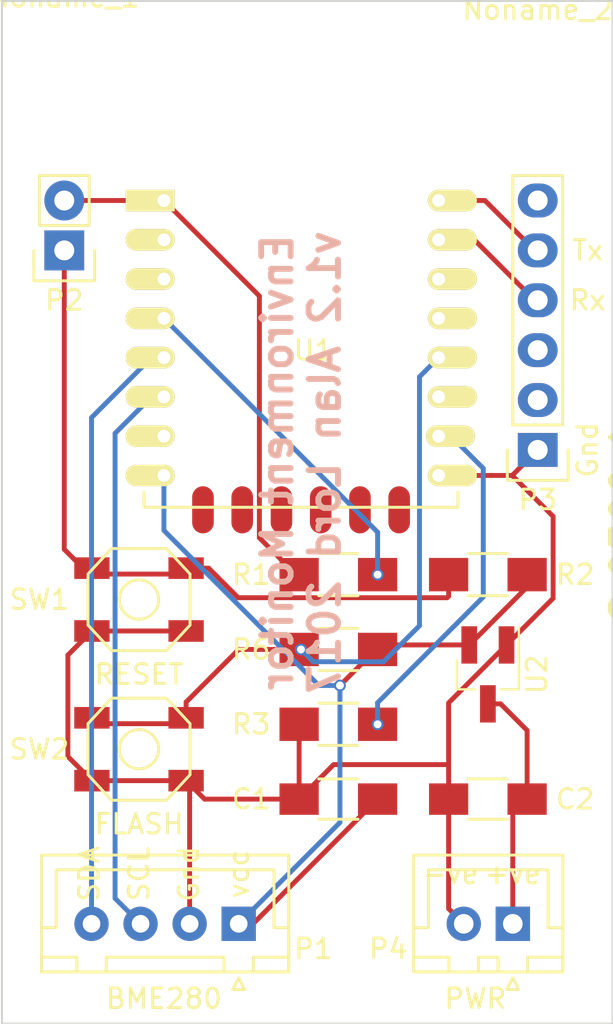
<source format=kicad_pcb>
(kicad_pcb (version 20171130) (host pcbnew "(5.1.12)-1")

  (general
    (thickness 1.6)
    (drawings 19)
    (tracks 94)
    (zones 0)
    (modules 16)
    (nets 28)
  )

  (page A4)
  (title_block
    (title "Environment Monitor")
    (date 2017-01-03)
    (rev v1.2)
    (company "Author: Alan Lord")
    (comment 1 "Contact: alanslists@gmail.com")
    (comment 2 "Released under Solderpad Hardware License version 0.51")
  )

  (layers
    (0 F.Cu signal)
    (31 B.Cu signal)
    (32 B.Adhes user hide)
    (33 F.Adhes user hide)
    (34 B.Paste user hide)
    (35 F.Paste user hide)
    (36 B.SilkS user hide)
    (37 F.SilkS user hide)
    (38 B.Mask user hide)
    (39 F.Mask user hide)
    (40 Dwgs.User user hide)
    (41 Cmts.User user hide)
    (42 Eco1.User user hide)
    (43 Eco2.User user hide)
    (44 Edge.Cuts user)
    (45 Margin user hide)
    (46 B.CrtYd user hide)
    (47 F.CrtYd user hide)
    (48 B.Fab user hide)
    (49 F.Fab user hide)
  )

  (setup
    (last_trace_width 0.25)
    (trace_clearance 0.2)
    (zone_clearance 0.508)
    (zone_45_only yes)
    (trace_min 0.2)
    (via_size 0.6)
    (via_drill 0.4)
    (via_min_size 0.4)
    (via_min_drill 0.3)
    (uvia_size 0.3)
    (uvia_drill 0.1)
    (uvias_allowed no)
    (uvia_min_size 0.2)
    (uvia_min_drill 0.1)
    (edge_width 0.1)
    (segment_width 0.2)
    (pcb_text_width 0.3)
    (pcb_text_size 1.5 1.5)
    (mod_edge_width 0.15)
    (mod_text_size 1 1)
    (mod_text_width 0.15)
    (pad_size 5 5)
    (pad_drill 3.2)
    (pad_to_mask_clearance 0)
    (aux_axis_origin 195.58 96.52)
    (visible_elements 7FFFFFFF)
    (pcbplotparams
      (layerselection 0x00030_80000001)
      (usegerberextensions false)
      (usegerberattributes true)
      (usegerberadvancedattributes true)
      (creategerberjobfile true)
      (excludeedgelayer true)
      (linewidth 0.100000)
      (plotframeref false)
      (viasonmask false)
      (mode 1)
      (useauxorigin false)
      (hpglpennumber 1)
      (hpglpenspeed 20)
      (hpglpendiameter 15.000000)
      (psnegative false)
      (psa4output false)
      (plotreference true)
      (plotvalue true)
      (plotinvisibletext false)
      (padsonsilk false)
      (subtractmaskfromsilk false)
      (outputformat 1)
      (mirror false)
      (drillshape 1)
      (scaleselection 1)
      (outputdirectory ""))
  )

  (net 0 "")
  (net 1 VCC)
  (net 2 GND)
  (net 3 "Net-(C2-Pad1)")
  (net 4 /SCL)
  (net 5 /SDA)
  (net 6 "Net-(P2-Pad1)")
  (net 7 "Net-(P2-Pad2)")
  (net 8 "Net-(P3-Pad2)")
  (net 9 "Net-(P3-Pad3)")
  (net 10 /RXD)
  (net 11 /TXD)
  (net 12 "Net-(P3-Pad6)")
  (net 13 "Net-(R1-Pad2)")
  (net 14 "Net-(R3-Pad1)")
  (net 15 /FLASH)
  (net 16 "Net-(U1-Pad2)")
  (net 17 "Net-(U1-Pad3)")
  (net 18 "Net-(U1-Pad7)")
  (net 19 "Net-(U1-Pad9)")
  (net 20 "Net-(U1-Pad10)")
  (net 21 "Net-(U1-Pad11)")
  (net 22 "Net-(U1-Pad12)")
  (net 23 "Net-(U1-Pad13)")
  (net 24 "Net-(U1-Pad14)")
  (net 25 "Net-(U1-Pad20)")
  (net 26 "Net-(U1-Pad17)")
  (net 27 "Net-(U1-Pad19)")

  (net_class Default "This is the default net class."
    (clearance 0.2)
    (trace_width 0.25)
    (via_dia 0.6)
    (via_drill 0.4)
    (uvia_dia 0.3)
    (uvia_drill 0.1)
    (add_net /FLASH)
    (add_net /RXD)
    (add_net /SCL)
    (add_net /SDA)
    (add_net /TXD)
    (add_net GND)
    (add_net "Net-(C2-Pad1)")
    (add_net "Net-(P2-Pad1)")
    (add_net "Net-(P2-Pad2)")
    (add_net "Net-(P3-Pad2)")
    (add_net "Net-(P3-Pad3)")
    (add_net "Net-(P3-Pad6)")
    (add_net "Net-(R1-Pad2)")
    (add_net "Net-(R3-Pad1)")
    (add_net "Net-(U1-Pad10)")
    (add_net "Net-(U1-Pad11)")
    (add_net "Net-(U1-Pad12)")
    (add_net "Net-(U1-Pad13)")
    (add_net "Net-(U1-Pad14)")
    (add_net "Net-(U1-Pad17)")
    (add_net "Net-(U1-Pad19)")
    (add_net "Net-(U1-Pad2)")
    (add_net "Net-(U1-Pad20)")
    (add_net "Net-(U1-Pad3)")
    (add_net "Net-(U1-Pad7)")
    (add_net "Net-(U1-Pad9)")
    (add_net VCC)
  )

  (module switches:SKQGAFE010_Switch (layer F.Cu) (tedit 586A9606) (tstamp 584BF881)
    (at 124.46 104.14 180)
    (descr "SKQGAFE010 SMD Mount Tactile Switch")
    (path /584BD18E)
    (attr smd)
    (fp_text reference SW1 (at 5.08 0 180) (layer F.SilkS)
      (effects (font (size 1 1) (thickness 0.15)))
    )
    (fp_text value RESET (at 0 -3.81 180) (layer F.SilkS)
      (effects (font (size 1 1) (thickness 0.15)))
    )
    (fp_circle (center 0 0) (end 1 0) (layer F.SilkS) (width 0.15))
    (fp_line (start 1.4 2.6) (end -1.4 2.6) (layer F.SilkS) (width 0.15))
    (fp_line (start 1.4 -2.6) (end -1.4 -2.6) (layer F.SilkS) (width 0.15))
    (fp_line (start 2.6 1.3) (end 2.6 -1.3) (layer F.SilkS) (width 0.15))
    (fp_line (start -2.6 1.3) (end -2.6 -1.3) (layer F.SilkS) (width 0.15))
    (fp_line (start -1.4 -2.6) (end -2.6 -1.3) (layer F.SilkS) (width 0.15))
    (fp_line (start 2.6 1.3) (end 1.4 2.6) (layer F.SilkS) (width 0.15))
    (fp_line (start 1.4 -2.6) (end 2.6 -1.3) (layer F.SilkS) (width 0.15))
    (fp_line (start -2.6 1.3) (end -1.4 2.6) (layer F.SilkS) (width 0.15))
    (pad 3 smd rect (at -2.4 1.6 180) (size 1.8 1.1) (layers F.Cu F.Paste F.Mask)
      (net 6 "Net-(P2-Pad1)"))
    (pad 1 smd rect (at -2.4 -1.6 180) (size 1.8 1.1) (layers F.Cu F.Paste F.Mask)
      (net 2 GND))
    (pad 2 smd rect (at 2.4 -1.6 180) (size 1.8 1.1) (layers F.Cu F.Paste F.Mask)
      (net 2 GND))
    (pad 4 smd rect (at 2.4 1.6 180) (size 1.8 1.1) (layers F.Cu F.Paste F.Mask)
      (net 6 "Net-(P2-Pad1)"))
  )

  (module switches:SKQGAFE010_Switch (layer F.Cu) (tedit 586A95FD) (tstamp 584BF891)
    (at 124.46 111.76)
    (descr "SKQGAFE010 SMD Mount Tactile Switch")
    (path /584BE1E9)
    (attr smd)
    (fp_text reference SW2 (at -5.08 0) (layer F.SilkS)
      (effects (font (size 1 1) (thickness 0.15)))
    )
    (fp_text value FLASH (at 0 3.81) (layer F.SilkS)
      (effects (font (size 1 1) (thickness 0.15)))
    )
    (fp_circle (center 0 0) (end 1 0) (layer F.SilkS) (width 0.15))
    (fp_line (start 1.4 2.6) (end -1.4 2.6) (layer F.SilkS) (width 0.15))
    (fp_line (start 1.4 -2.6) (end -1.4 -2.6) (layer F.SilkS) (width 0.15))
    (fp_line (start 2.6 1.3) (end 2.6 -1.3) (layer F.SilkS) (width 0.15))
    (fp_line (start -2.6 1.3) (end -2.6 -1.3) (layer F.SilkS) (width 0.15))
    (fp_line (start -1.4 -2.6) (end -2.6 -1.3) (layer F.SilkS) (width 0.15))
    (fp_line (start 2.6 1.3) (end 1.4 2.6) (layer F.SilkS) (width 0.15))
    (fp_line (start 1.4 -2.6) (end 2.6 -1.3) (layer F.SilkS) (width 0.15))
    (fp_line (start -2.6 1.3) (end -1.4 2.6) (layer F.SilkS) (width 0.15))
    (pad 3 smd rect (at -2.4 1.6) (size 1.8 1.1) (layers F.Cu F.Paste F.Mask)
      (net 2 GND))
    (pad 1 smd rect (at -2.4 -1.6) (size 1.8 1.1) (layers F.Cu F.Paste F.Mask)
      (net 15 /FLASH))
    (pad 2 smd rect (at 2.4 -1.6) (size 1.8 1.1) (layers F.Cu F.Paste F.Mask)
      (net 15 /FLASH))
    (pad 4 smd rect (at 2.4 1.6) (size 1.8 1.1) (layers F.Cu F.Paste F.Mask)
      (net 2 GND))
  )

  (module Connectors_JST:JST_XH_B04B-XH-A_04x2.50mm_Straight (layer F.Cu) (tedit 584BF79B) (tstamp 5848543D)
    (at 129.54 120.65 180)
    (descr "JST XH series connector, B04B-XH-A, top entry type, through hole")
    (tags "connector jst xh tht top vertical 2.50mm")
    (path /5847C360)
    (fp_text reference P1 (at -3.81 -1.27 180) (layer F.SilkS)
      (effects (font (size 1 1) (thickness 0.15)))
    )
    (fp_text value BME280 (at 3.81 -3.81 180) (layer F.Fab) hide
      (effects (font (size 1 1) (thickness 0.15)))
    )
    (fp_line (start 0.3 -3.35) (end 0 -2.75) (layer F.SilkS) (width 0.15))
    (fp_line (start -0.3 -3.35) (end 0.3 -3.35) (layer F.SilkS) (width 0.15))
    (fp_line (start 0 -2.75) (end -0.3 -3.35) (layer F.SilkS) (width 0.15))
    (fp_line (start 9.3 2.75) (end 3.75 2.75) (layer F.SilkS) (width 0.15))
    (fp_line (start 9.3 -0.2) (end 9.3 2.75) (layer F.SilkS) (width 0.15))
    (fp_line (start 10.05 -0.2) (end 9.3 -0.2) (layer F.SilkS) (width 0.15))
    (fp_line (start -1.8 2.75) (end 3.75 2.75) (layer F.SilkS) (width 0.15))
    (fp_line (start -1.8 -0.2) (end -1.8 2.75) (layer F.SilkS) (width 0.15))
    (fp_line (start -2.55 -0.2) (end -1.8 -0.2) (layer F.SilkS) (width 0.15))
    (fp_line (start 10.05 -2.45) (end 8.25 -2.45) (layer F.SilkS) (width 0.15))
    (fp_line (start 10.05 -1.7) (end 10.05 -2.45) (layer F.SilkS) (width 0.15))
    (fp_line (start 8.25 -1.7) (end 10.05 -1.7) (layer F.SilkS) (width 0.15))
    (fp_line (start 8.25 -2.45) (end 8.25 -1.7) (layer F.SilkS) (width 0.15))
    (fp_line (start -0.75 -2.45) (end -2.55 -2.45) (layer F.SilkS) (width 0.15))
    (fp_line (start -0.75 -1.7) (end -0.75 -2.45) (layer F.SilkS) (width 0.15))
    (fp_line (start -2.55 -1.7) (end -0.75 -1.7) (layer F.SilkS) (width 0.15))
    (fp_line (start -2.55 -2.45) (end -2.55 -1.7) (layer F.SilkS) (width 0.15))
    (fp_line (start 6.75 -2.45) (end 0.75 -2.45) (layer F.SilkS) (width 0.15))
    (fp_line (start 6.75 -1.7) (end 6.75 -2.45) (layer F.SilkS) (width 0.15))
    (fp_line (start 0.75 -1.7) (end 6.75 -1.7) (layer F.SilkS) (width 0.15))
    (fp_line (start 0.75 -2.45) (end 0.75 -1.7) (layer F.SilkS) (width 0.15))
    (fp_line (start 10.05 -2.45) (end -2.55 -2.45) (layer F.SilkS) (width 0.15))
    (fp_line (start 10.05 3.5) (end 10.05 -2.45) (layer F.SilkS) (width 0.15))
    (fp_line (start -2.55 3.5) (end 10.05 3.5) (layer F.SilkS) (width 0.15))
    (fp_line (start -2.55 -2.45) (end -2.55 3.5) (layer F.SilkS) (width 0.15))
    (fp_line (start 10.4 -2.85) (end -2.95 -2.85) (layer F.CrtYd) (width 0.05))
    (fp_line (start 10.4 3.9) (end 10.4 -2.85) (layer F.CrtYd) (width 0.05))
    (fp_line (start -2.95 3.9) (end 10.4 3.9) (layer F.CrtYd) (width 0.05))
    (fp_line (start -2.95 -2.85) (end -2.95 3.9) (layer F.CrtYd) (width 0.05))
    (pad 1 thru_hole rect (at 0 0 180) (size 1.75 1.75) (drill 0.9) (layers *.Cu *.Mask)
      (net 1 VCC))
    (pad 2 thru_hole circle (at 2.5 0 180) (size 1.75 1.75) (drill 0.9) (layers *.Cu *.Mask)
      (net 2 GND))
    (pad 3 thru_hole circle (at 5 0 180) (size 1.75 1.75) (drill 0.9) (layers *.Cu *.Mask)
      (net 4 /SCL))
    (pad 4 thru_hole circle (at 7.5 0 180) (size 1.75 1.75) (drill 0.9) (layers *.Cu *.Mask)
      (net 5 /SDA))
    (model Connectors_JST.3dshapes/JST_XH_B04B-XH-A_04x2.50mm_Straight.wrl
      (at (xyz 0 0 0))
      (scale (xyz 1 1 1))
      (rotate (xyz 0 0 0))
    )
  )

  (module Capacitors_SMD:C_1206_HandSoldering (layer F.Cu) (tedit 584BF742) (tstamp 5848542F)
    (at 134.62 114.3 180)
    (descr "Capacitor SMD 1206, hand soldering")
    (tags "capacitor 1206")
    (path /5846BBC9)
    (attr smd)
    (fp_text reference C1 (at 4.445 0 180) (layer F.SilkS)
      (effects (font (size 1 1) (thickness 0.15)))
    )
    (fp_text value 1uF (at 0 0 180) (layer F.Fab)
      (effects (font (size 1 1) (thickness 0.15)))
    )
    (fp_line (start -1 1.025) (end 1 1.025) (layer F.SilkS) (width 0.15))
    (fp_line (start 1 -1.025) (end -1 -1.025) (layer F.SilkS) (width 0.15))
    (fp_line (start 3.3 -1.15) (end 3.3 1.15) (layer F.CrtYd) (width 0.05))
    (fp_line (start -3.3 -1.15) (end -3.3 1.15) (layer F.CrtYd) (width 0.05))
    (fp_line (start -3.3 1.15) (end 3.3 1.15) (layer F.CrtYd) (width 0.05))
    (fp_line (start -3.3 -1.15) (end 3.3 -1.15) (layer F.CrtYd) (width 0.05))
    (fp_line (start -1.6 -0.8) (end 1.6 -0.8) (layer F.Fab) (width 0.15))
    (fp_line (start 1.6 -0.8) (end 1.6 0.8) (layer F.Fab) (width 0.15))
    (fp_line (start 1.6 0.8) (end -1.6 0.8) (layer F.Fab) (width 0.15))
    (fp_line (start -1.6 0.8) (end -1.6 -0.8) (layer F.Fab) (width 0.15))
    (pad 1 smd rect (at -2 0 180) (size 2 1.6) (layers F.Cu F.Paste F.Mask)
      (net 1 VCC))
    (pad 2 smd rect (at 2 0 180) (size 2 1.6) (layers F.Cu F.Paste F.Mask)
      (net 2 GND))
    (model Capacitors_SMD.3dshapes/C_1206_HandSoldering.wrl
      (at (xyz 0 0 0))
      (scale (xyz 1 1 1))
      (rotate (xyz 0 0 0))
    )
  )

  (module Capacitors_SMD:C_1206_HandSoldering (layer F.Cu) (tedit 584BF755) (tstamp 58485435)
    (at 142.24 114.3 180)
    (descr "Capacitor SMD 1206, hand soldering")
    (tags "capacitor 1206")
    (path /5846BB90)
    (attr smd)
    (fp_text reference C2 (at -4.445 0 180) (layer F.SilkS)
      (effects (font (size 1 1) (thickness 0.15)))
    )
    (fp_text value 10uF (at 0 0 180) (layer F.Fab)
      (effects (font (size 1 1) (thickness 0.15)))
    )
    (fp_line (start -1 1.025) (end 1 1.025) (layer F.SilkS) (width 0.15))
    (fp_line (start 1 -1.025) (end -1 -1.025) (layer F.SilkS) (width 0.15))
    (fp_line (start 3.3 -1.15) (end 3.3 1.15) (layer F.CrtYd) (width 0.05))
    (fp_line (start -3.3 -1.15) (end -3.3 1.15) (layer F.CrtYd) (width 0.05))
    (fp_line (start -3.3 1.15) (end 3.3 1.15) (layer F.CrtYd) (width 0.05))
    (fp_line (start -3.3 -1.15) (end 3.3 -1.15) (layer F.CrtYd) (width 0.05))
    (fp_line (start -1.6 -0.8) (end 1.6 -0.8) (layer F.Fab) (width 0.15))
    (fp_line (start 1.6 -0.8) (end 1.6 0.8) (layer F.Fab) (width 0.15))
    (fp_line (start 1.6 0.8) (end -1.6 0.8) (layer F.Fab) (width 0.15))
    (fp_line (start -1.6 0.8) (end -1.6 -0.8) (layer F.Fab) (width 0.15))
    (pad 1 smd rect (at -2 0 180) (size 2 1.6) (layers F.Cu F.Paste F.Mask)
      (net 3 "Net-(C2-Pad1)"))
    (pad 2 smd rect (at 2 0 180) (size 2 1.6) (layers F.Cu F.Paste F.Mask)
      (net 2 GND))
    (model Capacitors_SMD.3dshapes/C_1206_HandSoldering.wrl
      (at (xyz 0 0 0))
      (scale (xyz 1 1 1))
      (rotate (xyz 0 0 0))
    )
  )

  (module Pin_Headers:Pin_Header_Straight_1x02 (layer F.Cu) (tedit 584888F7) (tstamp 58485443)
    (at 120.65 86.36 180)
    (descr "Through hole pin header")
    (tags "pin header")
    (path /5846B825)
    (fp_text reference P2 (at 0 -2.54 180) (layer F.SilkS)
      (effects (font (size 1 1) (thickness 0.15)))
    )
    (fp_text value HEADER (at 0 -3.1 180) (layer F.Fab) hide
      (effects (font (size 1 1) (thickness 0.15)))
    )
    (fp_line (start -1.27 3.81) (end 1.27 3.81) (layer F.SilkS) (width 0.15))
    (fp_line (start -1.27 1.27) (end -1.27 3.81) (layer F.SilkS) (width 0.15))
    (fp_line (start -1.55 -1.55) (end 1.55 -1.55) (layer F.SilkS) (width 0.15))
    (fp_line (start -1.55 0) (end -1.55 -1.55) (layer F.SilkS) (width 0.15))
    (fp_line (start 1.27 1.27) (end -1.27 1.27) (layer F.SilkS) (width 0.15))
    (fp_line (start -1.75 4.3) (end 1.75 4.3) (layer F.CrtYd) (width 0.05))
    (fp_line (start -1.75 -1.75) (end 1.75 -1.75) (layer F.CrtYd) (width 0.05))
    (fp_line (start 1.75 -1.75) (end 1.75 4.3) (layer F.CrtYd) (width 0.05))
    (fp_line (start -1.75 -1.75) (end -1.75 4.3) (layer F.CrtYd) (width 0.05))
    (fp_line (start 1.55 -1.55) (end 1.55 0) (layer F.SilkS) (width 0.15))
    (fp_line (start 1.27 1.27) (end 1.27 3.81) (layer F.SilkS) (width 0.15))
    (pad 1 thru_hole rect (at 0 0 180) (size 2.032 2.032) (drill 1.016) (layers *.Cu *.Mask)
      (net 6 "Net-(P2-Pad1)"))
    (pad 2 thru_hole oval (at 0 2.54 180) (size 2.032 2.032) (drill 1.016) (layers *.Cu *.Mask)
      (net 7 "Net-(P2-Pad2)"))
    (model Pin_Headers.3dshapes/Pin_Header_Straight_1x02.wrl
      (offset (xyz 0 -1.269999980926514 0))
      (scale (xyz 1 1 1))
      (rotate (xyz 0 0 90))
    )
  )

  (module Pin_Headers:Pin_Header_Straight_1x06 (layer F.Cu) (tedit 58488800) (tstamp 5848544D)
    (at 144.78 96.52 180)
    (descr "Through hole pin header")
    (tags "pin header")
    (path /58470DFE)
    (fp_text reference P3 (at 0 -2.54 180) (layer F.SilkS)
      (effects (font (size 1 1) (thickness 0.15)))
    )
    (fp_text value SERIAL (at 0 -3.1 180) (layer F.Fab) hide
      (effects (font (size 1 1) (thickness 0.15)))
    )
    (fp_line (start -1.55 -1.55) (end 1.55 -1.55) (layer F.SilkS) (width 0.15))
    (fp_line (start -1.55 0) (end -1.55 -1.55) (layer F.SilkS) (width 0.15))
    (fp_line (start 1.27 1.27) (end -1.27 1.27) (layer F.SilkS) (width 0.15))
    (fp_line (start 1.55 -1.55) (end 1.55 0) (layer F.SilkS) (width 0.15))
    (fp_line (start -1.27 13.97) (end -1.27 1.27) (layer F.SilkS) (width 0.15))
    (fp_line (start 1.27 13.97) (end -1.27 13.97) (layer F.SilkS) (width 0.15))
    (fp_line (start 1.27 1.27) (end 1.27 13.97) (layer F.SilkS) (width 0.15))
    (fp_line (start -1.75 14.45) (end 1.75 14.45) (layer F.CrtYd) (width 0.05))
    (fp_line (start -1.75 -1.75) (end 1.75 -1.75) (layer F.CrtYd) (width 0.05))
    (fp_line (start 1.75 -1.75) (end 1.75 14.45) (layer F.CrtYd) (width 0.05))
    (fp_line (start -1.75 -1.75) (end -1.75 14.45) (layer F.CrtYd) (width 0.05))
    (pad 1 thru_hole rect (at 0 0 180) (size 2.032 1.7272) (drill 1.016) (layers *.Cu *.Mask)
      (net 2 GND))
    (pad 2 thru_hole oval (at 0 2.54 180) (size 2.032 1.7272) (drill 1.016) (layers *.Cu *.Mask)
      (net 8 "Net-(P3-Pad2)"))
    (pad 3 thru_hole oval (at 0 5.08 180) (size 2.032 1.7272) (drill 1.016) (layers *.Cu *.Mask)
      (net 9 "Net-(P3-Pad3)"))
    (pad 4 thru_hole oval (at 0 7.62 180) (size 2.032 1.7272) (drill 1.016) (layers *.Cu *.Mask)
      (net 10 /RXD))
    (pad 5 thru_hole oval (at 0 10.16 180) (size 2.032 1.7272) (drill 1.016) (layers *.Cu *.Mask)
      (net 11 /TXD))
    (pad 6 thru_hole oval (at 0 12.7 180) (size 2.032 1.7272) (drill 1.016) (layers *.Cu *.Mask)
      (net 12 "Net-(P3-Pad6)"))
    (model Pin_Headers.3dshapes/Pin_Header_Straight_1x06.wrl
      (offset (xyz 0 -6.349999904632568 0))
      (scale (xyz 1 1 1))
      (rotate (xyz 0 0 90))
    )
  )

  (module Connectors_JST:JST_XH_B02B-XH-A_02x2.50mm_Straight (layer F.Cu) (tedit 584BF7A9) (tstamp 58485453)
    (at 143.51 120.65 180)
    (descr "JST XH series connector, B02B-XH-A, top entry type, through hole")
    (tags "connector jst xh tht top vertical 2.50mm")
    (path /58475CBA)
    (fp_text reference P4 (at 6.35 -1.27 180) (layer F.SilkS)
      (effects (font (size 1 1) (thickness 0.15)))
    )
    (fp_text value PWR (at 1.27 -3.81 180) (layer F.Fab) hide
      (effects (font (size 1 1) (thickness 0.15)))
    )
    (fp_line (start 0.3 -3.35) (end 0 -2.75) (layer F.SilkS) (width 0.15))
    (fp_line (start -0.3 -3.35) (end 0.3 -3.35) (layer F.SilkS) (width 0.15))
    (fp_line (start 0 -2.75) (end -0.3 -3.35) (layer F.SilkS) (width 0.15))
    (fp_line (start 4.3 2.75) (end 1.25 2.75) (layer F.SilkS) (width 0.15))
    (fp_line (start 4.3 -0.2) (end 4.3 2.75) (layer F.SilkS) (width 0.15))
    (fp_line (start 5.05 -0.2) (end 4.3 -0.2) (layer F.SilkS) (width 0.15))
    (fp_line (start -1.8 2.75) (end 1.25 2.75) (layer F.SilkS) (width 0.15))
    (fp_line (start -1.8 -0.2) (end -1.8 2.75) (layer F.SilkS) (width 0.15))
    (fp_line (start -2.55 -0.2) (end -1.8 -0.2) (layer F.SilkS) (width 0.15))
    (fp_line (start 5.05 -2.45) (end 3.25 -2.45) (layer F.SilkS) (width 0.15))
    (fp_line (start 5.05 -1.7) (end 5.05 -2.45) (layer F.SilkS) (width 0.15))
    (fp_line (start 3.25 -1.7) (end 5.05 -1.7) (layer F.SilkS) (width 0.15))
    (fp_line (start 3.25 -2.45) (end 3.25 -1.7) (layer F.SilkS) (width 0.15))
    (fp_line (start -0.75 -2.45) (end -2.55 -2.45) (layer F.SilkS) (width 0.15))
    (fp_line (start -0.75 -1.7) (end -0.75 -2.45) (layer F.SilkS) (width 0.15))
    (fp_line (start -2.55 -1.7) (end -0.75 -1.7) (layer F.SilkS) (width 0.15))
    (fp_line (start -2.55 -2.45) (end -2.55 -1.7) (layer F.SilkS) (width 0.15))
    (fp_line (start 1.75 -2.45) (end 0.75 -2.45) (layer F.SilkS) (width 0.15))
    (fp_line (start 1.75 -1.7) (end 1.75 -2.45) (layer F.SilkS) (width 0.15))
    (fp_line (start 0.75 -1.7) (end 1.75 -1.7) (layer F.SilkS) (width 0.15))
    (fp_line (start 0.75 -2.45) (end 0.75 -1.7) (layer F.SilkS) (width 0.15))
    (fp_line (start 5.05 -2.45) (end -2.55 -2.45) (layer F.SilkS) (width 0.15))
    (fp_line (start 5.05 3.5) (end 5.05 -2.45) (layer F.SilkS) (width 0.15))
    (fp_line (start -2.55 3.5) (end 5.05 3.5) (layer F.SilkS) (width 0.15))
    (fp_line (start -2.55 -2.45) (end -2.55 3.5) (layer F.SilkS) (width 0.15))
    (fp_line (start 5.45 -2.85) (end -2.95 -2.85) (layer F.CrtYd) (width 0.05))
    (fp_line (start 5.45 3.9) (end 5.45 -2.85) (layer F.CrtYd) (width 0.05))
    (fp_line (start -2.95 3.9) (end 5.45 3.9) (layer F.CrtYd) (width 0.05))
    (fp_line (start -2.95 -2.85) (end -2.95 3.9) (layer F.CrtYd) (width 0.05))
    (pad 1 thru_hole rect (at 0 0 180) (size 1.75 1.75) (drill 1) (layers *.Cu *.Mask)
      (net 3 "Net-(C2-Pad1)"))
    (pad 2 thru_hole circle (at 2.5 0 180) (size 1.75 1.75) (drill 1) (layers *.Cu *.Mask)
      (net 2 GND))
    (model Connectors_JST.3dshapes/JST_XH_B02B-XH-A_02x2.50mm_Straight.wrl
      (at (xyz 0 0 0))
      (scale (xyz 1 1 1))
      (rotate (xyz 0 0 0))
    )
  )

  (module Resistors_SMD:R_1206_HandSoldering (layer F.Cu) (tedit 584BF74C) (tstamp 58485459)
    (at 134.62 102.87)
    (descr "Resistor SMD 1206, hand soldering")
    (tags "resistor 1206")
    (path /584754DA)
    (attr smd)
    (fp_text reference R1 (at -4.445 0) (layer F.SilkS)
      (effects (font (size 1 1) (thickness 0.15)))
    )
    (fp_text value 10R (at 0 0) (layer F.Fab)
      (effects (font (size 1 1) (thickness 0.15)))
    )
    (fp_line (start -1 -1.075) (end 1 -1.075) (layer F.SilkS) (width 0.15))
    (fp_line (start 1 1.075) (end -1 1.075) (layer F.SilkS) (width 0.15))
    (fp_line (start 3.3 -1.2) (end 3.3 1.2) (layer F.CrtYd) (width 0.05))
    (fp_line (start -3.3 -1.2) (end -3.3 1.2) (layer F.CrtYd) (width 0.05))
    (fp_line (start -3.3 1.2) (end 3.3 1.2) (layer F.CrtYd) (width 0.05))
    (fp_line (start -3.3 -1.2) (end 3.3 -1.2) (layer F.CrtYd) (width 0.05))
    (fp_line (start -1.6 -0.8) (end 1.6 -0.8) (layer F.Fab) (width 0.1))
    (fp_line (start 1.6 -0.8) (end 1.6 0.8) (layer F.Fab) (width 0.1))
    (fp_line (start 1.6 0.8) (end -1.6 0.8) (layer F.Fab) (width 0.1))
    (fp_line (start -1.6 0.8) (end -1.6 -0.8) (layer F.Fab) (width 0.1))
    (pad 1 smd rect (at -2 0) (size 2 1.7) (layers F.Cu F.Paste F.Mask)
      (net 7 "Net-(P2-Pad2)"))
    (pad 2 smd rect (at 2 0) (size 2 1.7) (layers F.Cu F.Paste F.Mask)
      (net 13 "Net-(R1-Pad2)"))
    (model Resistors_SMD.3dshapes/R_1206_HandSoldering.wrl
      (at (xyz 0 0 0))
      (scale (xyz 1 1 1))
      (rotate (xyz 0 0 0))
    )
  )

  (module Resistors_SMD:R_1206_HandSoldering (layer F.Cu) (tedit 584BF763) (tstamp 5848545F)
    (at 142.24 102.87 180)
    (descr "Resistor SMD 1206, hand soldering")
    (tags "resistor 1206")
    (path /5846BA46)
    (attr smd)
    (fp_text reference R2 (at -4.445 0 180) (layer F.SilkS)
      (effects (font (size 1 1) (thickness 0.15)))
    )
    (fp_text value 10k (at 0 0 180) (layer F.Fab)
      (effects (font (size 1 1) (thickness 0.15)))
    )
    (fp_line (start -1 -1.075) (end 1 -1.075) (layer F.SilkS) (width 0.15))
    (fp_line (start 1 1.075) (end -1 1.075) (layer F.SilkS) (width 0.15))
    (fp_line (start 3.3 -1.2) (end 3.3 1.2) (layer F.CrtYd) (width 0.05))
    (fp_line (start -3.3 -1.2) (end -3.3 1.2) (layer F.CrtYd) (width 0.05))
    (fp_line (start -3.3 1.2) (end 3.3 1.2) (layer F.CrtYd) (width 0.05))
    (fp_line (start -3.3 -1.2) (end 3.3 -1.2) (layer F.CrtYd) (width 0.05))
    (fp_line (start -1.6 -0.8) (end 1.6 -0.8) (layer F.Fab) (width 0.1))
    (fp_line (start 1.6 -0.8) (end 1.6 0.8) (layer F.Fab) (width 0.1))
    (fp_line (start 1.6 0.8) (end -1.6 0.8) (layer F.Fab) (width 0.1))
    (fp_line (start -1.6 0.8) (end -1.6 -0.8) (layer F.Fab) (width 0.1))
    (pad 1 smd rect (at -2 0 180) (size 2 1.7) (layers F.Cu F.Paste F.Mask)
      (net 1 VCC))
    (pad 2 smd rect (at 2 0 180) (size 2 1.7) (layers F.Cu F.Paste F.Mask)
      (net 6 "Net-(P2-Pad1)"))
    (model Resistors_SMD.3dshapes/R_1206_HandSoldering.wrl
      (at (xyz 0 0 0))
      (scale (xyz 1 1 1))
      (rotate (xyz 0 0 0))
    )
  )

  (module Resistors_SMD:R_1206_HandSoldering (layer F.Cu) (tedit 584BF744) (tstamp 58485465)
    (at 134.62 110.49 180)
    (descr "Resistor SMD 1206, hand soldering")
    (tags "resistor 1206")
    (path /5846BB35)
    (attr smd)
    (fp_text reference R3 (at 4.445 0 180) (layer F.SilkS)
      (effects (font (size 1 1) (thickness 0.15)))
    )
    (fp_text value 10k (at 0 0 180) (layer F.Fab)
      (effects (font (size 1 1) (thickness 0.15)))
    )
    (fp_line (start -1 -1.075) (end 1 -1.075) (layer F.SilkS) (width 0.15))
    (fp_line (start 1 1.075) (end -1 1.075) (layer F.SilkS) (width 0.15))
    (fp_line (start 3.3 -1.2) (end 3.3 1.2) (layer F.CrtYd) (width 0.05))
    (fp_line (start -3.3 -1.2) (end -3.3 1.2) (layer F.CrtYd) (width 0.05))
    (fp_line (start -3.3 1.2) (end 3.3 1.2) (layer F.CrtYd) (width 0.05))
    (fp_line (start -3.3 -1.2) (end 3.3 -1.2) (layer F.CrtYd) (width 0.05))
    (fp_line (start -1.6 -0.8) (end 1.6 -0.8) (layer F.Fab) (width 0.1))
    (fp_line (start 1.6 -0.8) (end 1.6 0.8) (layer F.Fab) (width 0.1))
    (fp_line (start 1.6 0.8) (end -1.6 0.8) (layer F.Fab) (width 0.1))
    (fp_line (start -1.6 0.8) (end -1.6 -0.8) (layer F.Fab) (width 0.1))
    (pad 1 smd rect (at -2 0 180) (size 2 1.7) (layers F.Cu F.Paste F.Mask)
      (net 14 "Net-(R3-Pad1)"))
    (pad 2 smd rect (at 2 0 180) (size 2 1.7) (layers F.Cu F.Paste F.Mask)
      (net 2 GND))
    (model Resistors_SMD.3dshapes/R_1206_HandSoldering.wrl
      (at (xyz 0 0 0))
      (scale (xyz 1 1 1))
      (rotate (xyz 0 0 0))
    )
  )

  (module Resistors_SMD:R_1206_HandSoldering (layer F.Cu) (tedit 584BF746) (tstamp 5848546B)
    (at 134.62 106.68 180)
    (descr "Resistor SMD 1206, hand soldering")
    (tags "resistor 1206")
    (path /5846BADA)
    (attr smd)
    (fp_text reference R6 (at 4.445 0 180) (layer F.SilkS)
      (effects (font (size 1 1) (thickness 0.15)))
    )
    (fp_text value 10k (at 0 0 180) (layer F.Fab)
      (effects (font (size 1 1) (thickness 0.15)))
    )
    (fp_line (start -1 -1.075) (end 1 -1.075) (layer F.SilkS) (width 0.15))
    (fp_line (start 1 1.075) (end -1 1.075) (layer F.SilkS) (width 0.15))
    (fp_line (start 3.3 -1.2) (end 3.3 1.2) (layer F.CrtYd) (width 0.05))
    (fp_line (start -3.3 -1.2) (end -3.3 1.2) (layer F.CrtYd) (width 0.05))
    (fp_line (start -3.3 1.2) (end 3.3 1.2) (layer F.CrtYd) (width 0.05))
    (fp_line (start -3.3 -1.2) (end 3.3 -1.2) (layer F.CrtYd) (width 0.05))
    (fp_line (start -1.6 -0.8) (end 1.6 -0.8) (layer F.Fab) (width 0.1))
    (fp_line (start 1.6 -0.8) (end 1.6 0.8) (layer F.Fab) (width 0.1))
    (fp_line (start 1.6 0.8) (end -1.6 0.8) (layer F.Fab) (width 0.1))
    (fp_line (start -1.6 0.8) (end -1.6 -0.8) (layer F.Fab) (width 0.1))
    (pad 1 smd rect (at -2 0 180) (size 2 1.7) (layers F.Cu F.Paste F.Mask)
      (net 1 VCC))
    (pad 2 smd rect (at 2 0 180) (size 2 1.7) (layers F.Cu F.Paste F.Mask)
      (net 15 /FLASH))
    (model Resistors_SMD.3dshapes/R_1206_HandSoldering.wrl
      (at (xyz 0 0 0))
      (scale (xyz 1 1 1))
      (rotate (xyz 0 0 0))
    )
  )

  (module ESP8266:ESP-12E (layer F.Cu) (tedit 58487A06) (tstamp 58485495)
    (at 125.73 83.82)
    (descr "Module, ESP-8266, ESP-12, 16 pad, SMD")
    (tags "Module ESP-8266 ESP8266")
    (path /5846AA2E)
    (fp_text reference U1 (at 7.62 7.62) (layer F.SilkS)
      (effects (font (size 1 1) (thickness 0.15)))
    )
    (fp_text value ESP-12E (at 8 1) (layer F.Fab)
      (effects (font (size 1 1) (thickness 0.15)))
    )
    (fp_line (start -1.008 -8.4) (end 14.992 -8.4) (layer F.Fab) (width 0.05))
    (fp_line (start -1.008 15.6) (end -1.008 -8.4) (layer F.Fab) (width 0.05))
    (fp_line (start 14.992 15.6) (end -1.008 15.6) (layer F.Fab) (width 0.05))
    (fp_line (start 15 -8.4) (end 15 15.6) (layer F.Fab) (width 0.05))
    (fp_line (start -1.008 -2.6) (end 14.992 -2.6) (layer F.CrtYd) (width 0.1524))
    (fp_line (start -1.008 -8.4) (end 14.992 -2.6) (layer F.CrtYd) (width 0.1524))
    (fp_line (start 14.992 -8.4) (end -1.008 -2.6) (layer F.CrtYd) (width 0.1524))
    (fp_line (start 14.986 15.621) (end 14.986 14.859) (layer F.SilkS) (width 0.1524))
    (fp_line (start -1.016 15.621) (end 14.986 15.621) (layer F.SilkS) (width 0.1524))
    (fp_line (start -1.016 14.859) (end -1.016 15.621) (layer F.SilkS) (width 0.1524))
    (fp_line (start -1.016 -8.382) (end -1.016 -1.016) (layer F.CrtYd) (width 0.1524))
    (fp_line (start 14.986 -8.382) (end 14.986 -0.889) (layer F.CrtYd) (width 0.1524))
    (fp_line (start -1.016 -8.382) (end 14.986 -8.382) (layer F.CrtYd) (width 0.1524))
    (fp_line (start -2.25 16) (end -2.25 -0.5) (layer F.CrtYd) (width 0.05))
    (fp_line (start 16.25 16) (end -2.25 16) (layer F.CrtYd) (width 0.05))
    (fp_line (start 16.25 -8.75) (end 16.25 16) (layer F.CrtYd) (width 0.05))
    (fp_line (start 15.25 -8.75) (end 16.25 -8.75) (layer F.CrtYd) (width 0.05))
    (fp_line (start -2.25 -8.75) (end 15.25 -8.75) (layer F.CrtYd) (width 0.05))
    (fp_line (start -2.25 -0.5) (end -2.25 -8.75) (layer F.CrtYd) (width 0.05))
    (fp_text user "No Copper" (at 6.892 -5.4) (layer F.CrtYd)
      (effects (font (size 1 1) (thickness 0.15)))
    )
    (pad 1 thru_hole rect (at 0 0) (size 2.5 1.1) (drill 0.65 (offset -0.7 0)) (layers *.Cu *.Mask F.SilkS)
      (net 7 "Net-(P2-Pad2)"))
    (pad 2 thru_hole oval (at 0 2) (size 2.5 1.1) (drill 0.65 (offset -0.7 0)) (layers *.Cu *.Mask F.SilkS)
      (net 16 "Net-(U1-Pad2)"))
    (pad 3 thru_hole oval (at 0 4) (size 2.5 1.1) (drill 0.65 (offset -0.7 0)) (layers *.Cu *.Mask F.SilkS)
      (net 17 "Net-(U1-Pad3)"))
    (pad 4 thru_hole oval (at 0 6) (size 2.5 1.1) (drill 0.65 (offset -0.7 0)) (layers *.Cu *.Mask F.SilkS)
      (net 13 "Net-(R1-Pad2)"))
    (pad 5 thru_hole oval (at 0 8) (size 2.5 1.1) (drill 0.65 (offset -0.7 0)) (layers *.Cu *.Mask F.SilkS)
      (net 5 /SDA))
    (pad 6 thru_hole oval (at 0 10) (size 2.5 1.1) (drill 0.65 (offset -0.7 0)) (layers *.Cu *.Mask F.SilkS)
      (net 4 /SCL))
    (pad 7 thru_hole oval (at 0 12) (size 2.5 1.1) (drill 0.65 (offset -0.7 0)) (layers *.Cu *.Mask F.SilkS)
      (net 18 "Net-(U1-Pad7)"))
    (pad 8 thru_hole oval (at 0 14) (size 2.5 1.1) (drill 0.65 (offset -0.7 0)) (layers *.Cu *.Mask F.SilkS)
      (net 1 VCC))
    (pad 9 smd oval (at 1.99 15.75 90) (size 2.4 1.1) (layers F.Cu F.Paste F.Mask)
      (net 19 "Net-(U1-Pad9)"))
    (pad 10 smd oval (at 3.99 15.75 90) (size 2.4 1.1) (layers F.Cu F.Paste F.Mask)
      (net 20 "Net-(U1-Pad10)"))
    (pad 11 smd oval (at 5.99 15.75 90) (size 2.4 1.1) (layers F.Cu F.Paste F.Mask)
      (net 21 "Net-(U1-Pad11)"))
    (pad 12 smd oval (at 7.99 15.75 90) (size 2.4 1.1) (layers F.Cu F.Paste F.Mask)
      (net 22 "Net-(U1-Pad12)"))
    (pad 13 smd oval (at 9.99 15.75 90) (size 2.4 1.1) (layers F.Cu F.Paste F.Mask)
      (net 23 "Net-(U1-Pad13)"))
    (pad 14 smd oval (at 11.99 15.75 90) (size 2.4 1.1) (layers F.Cu F.Paste F.Mask)
      (net 24 "Net-(U1-Pad14)"))
    (pad 15 thru_hole oval (at 14 14) (size 2.5 1.1) (drill 0.65 (offset 0.7 0)) (layers *.Cu *.Mask F.SilkS)
      (net 2 GND))
    (pad 16 thru_hole oval (at 14 12) (size 2.5 1.1) (drill 0.65 (offset 0.6 0)) (layers *.Cu *.Mask F.SilkS)
      (net 14 "Net-(R3-Pad1)"))
    (pad 17 thru_hole oval (at 14 10) (size 2.5 1.1) (drill 0.65 (offset 0.7 0)) (layers *.Cu *.Mask F.SilkS)
      (net 26 "Net-(U1-Pad17)"))
    (pad 18 thru_hole oval (at 14 8) (size 2.5 1.1) (drill 0.65 (offset 0.7 0)) (layers *.Cu *.Mask F.SilkS)
      (net 15 /FLASH))
    (pad 19 thru_hole oval (at 14 6) (size 2.5 1.1) (drill 0.65 (offset 0.7 0)) (layers *.Cu *.Mask F.SilkS)
      (net 27 "Net-(U1-Pad19)"))
    (pad 20 thru_hole oval (at 14 4) (size 2.5 1.1) (drill 0.65 (offset 0.7 0)) (layers *.Cu *.Mask F.SilkS)
      (net 25 "Net-(U1-Pad20)"))
    (pad 21 thru_hole oval (at 14 2) (size 2.5 1.1) (drill 0.65 (offset 0.7 0)) (layers *.Cu *.Mask F.SilkS)
      (net 10 /RXD))
    (pad 22 thru_hole oval (at 14 0) (size 2.5 1.1) (drill 0.65 (offset 0.7 0)) (layers *.Cu *.Mask F.SilkS)
      (net 11 /TXD))
    (model ${ESPLIB}/ESP8266.3dshapes/ESP-12.wrl
      (offset (xyz 1.015999984741211 0 0))
      (scale (xyz 0.3937 0.3937 0.3937))
      (rotate (xyz 0 0 0))
    )
  )

  (module TO_SOT_Packages_SMD:SOT-23_Handsoldering (layer F.Cu) (tedit 583F3954) (tstamp 5848549C)
    (at 142.24 107.95 270)
    (descr "SOT-23, Handsoldering")
    (tags SOT-23)
    (path /586AB742)
    (attr smd)
    (fp_text reference U2 (at 0 -2.5 270) (layer F.SilkS)
      (effects (font (size 1 1) (thickness 0.15)))
    )
    (fp_text value MCP1700T-3302E/TT (at 0 2.5 270) (layer F.Fab)
      (effects (font (size 1 1) (thickness 0.15)))
    )
    (fp_line (start 0.76 1.58) (end -0.7 1.58) (layer F.SilkS) (width 0.12))
    (fp_line (start -0.7 -1.52) (end -0.7 1.52) (layer F.Fab) (width 0.15))
    (fp_line (start -0.7 -1.52) (end 0.7 -1.52) (layer F.Fab) (width 0.15))
    (fp_line (start 0.76 -1.58) (end -2.4 -1.58) (layer F.SilkS) (width 0.12))
    (fp_line (start -2.7 1.75) (end -2.7 -1.75) (layer F.CrtYd) (width 0.05))
    (fp_line (start 2.7 1.75) (end -2.7 1.75) (layer F.CrtYd) (width 0.05))
    (fp_line (start 2.7 -1.75) (end 2.7 1.75) (layer F.CrtYd) (width 0.05))
    (fp_line (start -2.7 -1.75) (end 2.7 -1.75) (layer F.CrtYd) (width 0.05))
    (fp_line (start -0.7 1.52) (end 0.7 1.52) (layer F.Fab) (width 0.15))
    (fp_line (start 0.7 -1.52) (end 0.7 1.52) (layer F.Fab) (width 0.15))
    (fp_line (start 0.76 -1.58) (end 0.76 -0.65) (layer F.SilkS) (width 0.12))
    (fp_line (start 0.76 1.58) (end 0.76 0.65) (layer F.SilkS) (width 0.12))
    (pad 1 smd rect (at -1.5 -0.95 270) (size 1.9 0.8) (layers F.Cu F.Paste F.Mask)
      (net 2 GND))
    (pad 2 smd rect (at -1.5 0.95 270) (size 1.9 0.8) (layers F.Cu F.Paste F.Mask)
      (net 1 VCC))
    (pad 3 smd rect (at 1.5 0 270) (size 1.9 0.8) (layers F.Cu F.Paste F.Mask)
      (net 3 "Net-(C2-Pad1)"))
    (model TO_SOT_Packages_SMD.3dshapes/SOT-23.wrl
      (at (xyz 0 0 0))
      (scale (xyz 1 1 1))
      (rotate (xyz 0 0 90))
    )
  )

  (module Mounting_Holes:MountingHole_3mm (layer F.Cu) (tedit 586C0310) (tstamp 58773389)
    (at 144.78 78.105)
    (descr "Mounting Hole 3mm, no annular")
    (tags "mounting hole 3mm no annular")
    (fp_text reference Noname_2 (at 0 -4) (layer F.SilkS)
      (effects (font (size 1 1) (thickness 0.15)))
    )
    (fp_text value MountingHole_3mm (at 0 4) (layer F.Fab) hide
      (effects (font (size 1 1) (thickness 0.15)))
    )
    (fp_circle (center 0 0) (end 3.25 0) (layer F.CrtYd) (width 0.05))
    (fp_circle (center 0 0) (end 3 0) (layer Cmts.User) (width 0.15))
    (pad 1 np_thru_hole circle (at 0 0) (size 3 3) (drill 3) (layers *.Cu *.Mask))
  )

  (module Mounting_Holes:MountingHole_3mm (layer F.Cu) (tedit 586C0307) (tstamp 58773390)
    (at 120.65 77.47)
    (descr "Mounting Hole 3mm, no annular")
    (tags "mounting hole 3mm no annular")
    (fp_text reference Noname_1 (at 0 -4) (layer F.SilkS)
      (effects (font (size 1 1) (thickness 0.15)))
    )
    (fp_text value MountingHole_3mm (at 0 4) (layer F.Fab) hide
      (effects (font (size 1 1) (thickness 0.15)))
    )
    (fp_circle (center 0 0) (end 3.25 0) (layer F.CrtYd) (width 0.05))
    (fp_circle (center 0 0) (end 3 0) (layer Cmts.User) (width 0.15))
    (pad 1 np_thru_hole circle (at 0 0) (size 3 3) (drill 3) (layers *.Cu *.Mask))
  )

  (dimension 24.13 (width 0.3) (layer F.Paste)
    (gr_text "24.130 mm" (at 132.715 65.96) (layer F.Paste)
      (effects (font (size 1.5 1.5) (thickness 0.3)))
    )
    (feature1 (pts (xy 144.78 77.47) (xy 144.78 64.61)))
    (feature2 (pts (xy 120.65 77.47) (xy 120.65 64.61)))
    (crossbar (pts (xy 120.65 67.31) (xy 144.78 67.31)))
    (arrow1a (pts (xy 144.78 67.31) (xy 143.653496 67.896421)))
    (arrow1b (pts (xy 144.78 67.31) (xy 143.653496 66.723579)))
    (arrow2a (pts (xy 120.65 67.31) (xy 121.776504 67.896421)))
    (arrow2b (pts (xy 120.65 67.31) (xy 121.776504 66.723579)))
  )
  (dimension 52.07 (width 0.3) (layer F.SilkS)
    (gr_text "52.070 mm" (at 151.13 99.695 270) (layer F.SilkS)
      (effects (font (size 1.5 1.5) (thickness 0.3)))
    )
    (feature1 (pts (xy 151.13 125.73) (xy 151.13 125.73)))
    (feature2 (pts (xy 151.13 73.66) (xy 151.13 73.66)))
    (crossbar (pts (xy 151.13 73.66) (xy 151.13 125.73)))
    (arrow1a (pts (xy 151.13 125.73) (xy 150.543579 124.603496)))
    (arrow1b (pts (xy 151.13 125.73) (xy 151.716421 124.603496)))
    (arrow2a (pts (xy 151.13 73.66) (xy 150.543579 74.786504)))
    (arrow2b (pts (xy 151.13 73.66) (xy 151.716421 74.786504)))
  )
  (dimension 31.115 (width 0.3) (layer F.SilkS)
    (gr_text "31.115 mm" (at 133.0325 70.405) (layer F.SilkS)
      (effects (font (size 1.5 1.5) (thickness 0.3)))
    )
    (feature1 (pts (xy 148.59 72.39) (xy 148.59 69.055)))
    (feature2 (pts (xy 117.475 72.39) (xy 117.475 69.055)))
    (crossbar (pts (xy 117.475 71.755) (xy 148.59 71.755)))
    (arrow1a (pts (xy 148.59 71.755) (xy 147.463496 72.341421)))
    (arrow1b (pts (xy 148.59 71.755) (xy 147.463496 71.168579)))
    (arrow2a (pts (xy 117.475 71.755) (xy 118.601504 72.341421)))
    (arrow2b (pts (xy 117.475 71.755) (xy 118.601504 71.168579)))
  )
  (gr_text "Environment Monitor\nv1.2 Alan Lord 2017" (at 132.715 97.155 90) (layer B.SilkS)
    (effects (font (size 1.5 1.5) (thickness 0.3)) (justify mirror))
  )
  (gr_text vcc (at 129.54 118.11 90) (layer F.SilkS)
    (effects (font (size 1 1) (thickness 0.15)))
  )
  (gr_text Gnd (at 127 118.11 90) (layer F.SilkS)
    (effects (font (size 1 1) (thickness 0.15)))
  )
  (gr_text -ve (at 140.335 118.11) (layer F.SilkS)
    (effects (font (size 1 1) (thickness 0.15)))
  )
  (gr_text +ve (at 143.51 118.11) (layer F.SilkS)
    (effects (font (size 1 1) (thickness 0.15)))
  )
  (gr_text PWR (at 141.605 124.46) (layer F.SilkS)
    (effects (font (size 1 1) (thickness 0.15)))
  )
  (gr_text BME280 (at 125.73 124.46) (layer F.SilkS)
    (effects (font (size 1 1) (thickness 0.15)))
  )
  (gr_text SCL (at 124.46 118.11 90) (layer F.SilkS)
    (effects (font (size 1 1) (thickness 0.15)))
  )
  (gr_text SDA (at 121.92 118.11 90) (layer F.SilkS)
    (effects (font (size 1 1) (thickness 0.15)))
  )
  (gr_text Gnd (at 147.32 96.52 90) (layer F.SilkS)
    (effects (font (size 1 1) (thickness 0.15)))
  )
  (gr_text Rx (at 147.32 88.9) (layer F.SilkS)
    (effects (font (size 1 1) (thickness 0.15)))
  )
  (gr_text Tx (at 147.32 86.36) (layer F.SilkS)
    (effects (font (size 1 1) (thickness 0.15)))
  )
  (gr_line (start 117.475 125.73) (end 117.475 73.66) (angle 90) (layer Edge.Cuts) (width 0.1))
  (gr_line (start 148.59 125.73) (end 117.475 125.73) (angle 90) (layer Edge.Cuts) (width 0.1))
  (gr_line (start 148.59 73.66) (end 148.59 125.73) (angle 90) (layer Edge.Cuts) (width 0.1))
  (gr_line (start 117.475 73.66) (end 148.59 73.66) (angle 90) (layer Edge.Cuts) (width 0.1))

  (via (at 134.70128 108.51388) (size 0.6) (drill 0.4) (layers F.Cu B.Cu) (net 1))
  (segment (start 144.24 103.5) (end 141.29 106.45) (width 0.25) (layer F.Cu) (net 1))
  (segment (start 144.24 102.87) (end 144.24 103.5) (width 0.25) (layer F.Cu) (net 1))
  (segment (start 130.27 120.65) (end 136.62 114.3) (width 0.25) (layer F.Cu) (net 1))
  (segment (start 129.54 120.65) (end 130.27 120.65) (width 0.25) (layer F.Cu) (net 1))
  (segment (start 136.53516 106.68) (end 134.70128 108.51388) (width 0.25) (layer F.Cu) (net 1))
  (segment (start 136.62 106.68) (end 136.53516 106.68) (width 0.25) (layer F.Cu) (net 1))
  (segment (start 134.70128 115.48872) (end 129.54 120.65) (width 0.25) (layer B.Cu) (net 1))
  (segment (start 134.70128 108.51388) (end 134.70128 115.48872) (width 0.25) (layer B.Cu) (net 1))
  (segment (start 125.73 100.620002) (end 125.73 97.82) (width 0.25) (layer B.Cu) (net 1))
  (segment (start 133.623878 108.51388) (end 125.73 100.620002) (width 0.25) (layer B.Cu) (net 1))
  (segment (start 134.70128 108.51388) (end 133.623878 108.51388) (width 0.25) (layer B.Cu) (net 1))
  (segment (start 136.85 106.45) (end 136.62 106.68) (width 0.25) (layer F.Cu) (net 1))
  (segment (start 141.29 106.45) (end 136.85 106.45) (width 0.25) (layer F.Cu) (net 1))
  (segment (start 143.48 97.82) (end 144.78 96.52) (width 0.25) (layer F.Cu) (net 2))
  (segment (start 139.73 97.82) (end 143.48 97.82) (width 0.25) (layer F.Cu) (net 2))
  (segment (start 143.19 106.45) (end 140.24 109.4) (width 0.25) (layer F.Cu) (net 2))
  (segment (start 145.565001 99.905001) (end 143.48 97.82) (width 0.25) (layer F.Cu) (net 2))
  (segment (start 145.565001 104.074999) (end 145.565001 99.905001) (width 0.25) (layer F.Cu) (net 2))
  (segment (start 143.19 106.45) (end 145.565001 104.074999) (width 0.25) (layer F.Cu) (net 2))
  (segment (start 140.24 119.88) (end 141.01 120.65) (width 0.25) (layer F.Cu) (net 2))
  (segment (start 140.24 114.3) (end 140.24 119.88) (width 0.25) (layer F.Cu) (net 2))
  (segment (start 132.62 114.3) (end 132.62 110.49) (width 0.25) (layer F.Cu) (net 2))
  (segment (start 127.04 113.54) (end 126.86 113.36) (width 0.25) (layer F.Cu) (net 2))
  (segment (start 127.04 120.65) (end 127.04 113.54) (width 0.25) (layer F.Cu) (net 2))
  (segment (start 127.8 114.3) (end 126.86 113.36) (width 0.25) (layer F.Cu) (net 2))
  (segment (start 132.62 114.3) (end 127.8 114.3) (width 0.25) (layer F.Cu) (net 2))
  (segment (start 126.86 113.36) (end 122.06 113.36) (width 0.25) (layer F.Cu) (net 2))
  (segment (start 122.06 105.74) (end 126.86 105.74) (width 0.25) (layer F.Cu) (net 2))
  (segment (start 134.37616 112.54384) (end 140.24 112.54384) (width 0.25) (layer F.Cu) (net 2))
  (segment (start 132.62 114.3) (end 134.37616 112.54384) (width 0.25) (layer F.Cu) (net 2))
  (segment (start 140.24 112.54384) (end 140.24 114.3) (width 0.25) (layer F.Cu) (net 2))
  (segment (start 140.24 109.4) (end 140.24 112.54384) (width 0.25) (layer F.Cu) (net 2))
  (segment (start 120.834999 106.965001) (end 122.06 105.74) (width 0.25) (layer F.Cu) (net 2))
  (segment (start 120.834999 112.134999) (end 120.834999 106.965001) (width 0.25) (layer F.Cu) (net 2))
  (segment (start 122.06 113.36) (end 120.834999 112.134999) (width 0.25) (layer F.Cu) (net 2))
  (segment (start 144.24 114.3) (end 144.24 110.8) (width 0.25) (layer F.Cu) (net 3))
  (segment (start 144.24 110.8) (end 142.89 109.45) (width 0.25) (layer F.Cu) (net 3))
  (segment (start 142.89 109.45) (end 142.24 109.45) (width 0.25) (layer F.Cu) (net 3))
  (segment (start 144.24 114.3) (end 144.24 114.93) (width 0.25) (layer F.Cu) (net 3) (status 30))
  (segment (start 144.24 114.93) (end 143.84 114.53) (width 0.25) (layer F.Cu) (net 3) (status 30))
  (segment (start 143.51 120.65) (end 143.51 115.03) (width 0.25) (layer F.Cu) (net 3) (status 30))
  (segment (start 143.51 115.03) (end 144.24 114.3) (width 0.25) (layer F.Cu) (net 3) (status 30))
  (segment (start 125.73 93.82) (end 125.092549 93.82) (width 0.25) (layer B.Cu) (net 4) (status 30))
  (segment (start 125.092549 93.82) (end 123.240001 95.672548) (width 0.25) (layer B.Cu) (net 4) (status 10))
  (segment (start 123.240001 95.672548) (end 123.240001 119.350001) (width 0.25) (layer B.Cu) (net 4))
  (segment (start 123.240001 119.350001) (end 124.54 120.65) (width 0.25) (layer B.Cu) (net 4) (status 20))
  (segment (start 122.04 120.65) (end 122.04 94.872549) (width 0.25) (layer B.Cu) (net 5) (status 10))
  (segment (start 122.04 94.872549) (end 125.092549 91.82) (width 0.25) (layer B.Cu) (net 5) (status 20))
  (segment (start 125.092549 91.82) (end 125.73 91.82) (width 0.25) (layer B.Cu) (net 5) (status 30))
  (segment (start 140.24 102.87) (end 140.24 103.97) (width 0.25) (layer F.Cu) (net 6))
  (segment (start 140.24 103.97) (end 140.164999 104.045001) (width 0.25) (layer F.Cu) (net 6))
  (segment (start 140.164999 104.045001) (end 129.515001 104.045001) (width 0.25) (layer F.Cu) (net 6))
  (segment (start 129.515001 104.045001) (end 128.01 102.54) (width 0.25) (layer F.Cu) (net 6))
  (segment (start 128.01 102.54) (end 126.86 102.54) (width 0.25) (layer F.Cu) (net 6))
  (segment (start 122.26 102.84) (end 126.66 102.84) (width 0.25) (layer F.Cu) (net 6) (status 30))
  (segment (start 120.65 86.36) (end 120.65 101.58) (width 0.25) (layer F.Cu) (net 6) (status 10))
  (segment (start 120.65 101.58) (end 121.91 102.84) (width 0.25) (layer F.Cu) (net 6) (status 20))
  (segment (start 121.91 102.84) (end 122.26 102.84) (width 0.25) (layer F.Cu) (net 6) (status 30))
  (segment (start 140.24 102.87) (end 140.09 102.87) (width 0.25) (layer F.Cu) (net 6) (status 30))
  (segment (start 121.36 87.07) (end 120.65 86.36) (width 0.25) (layer F.Cu) (net 6) (status 30))
  (segment (start 132.62 102.87) (end 132.47 102.87) (width 0.25) (layer F.Cu) (net 7) (status 30))
  (segment (start 132.47 102.87) (end 130.59501 100.995009) (width 0.25) (layer F.Cu) (net 7) (status 10))
  (segment (start 130.59501 100.995009) (end 130.59501 88.68501) (width 0.25) (layer F.Cu) (net 7))
  (segment (start 130.59501 88.68501) (end 125.73 83.82) (width 0.25) (layer F.Cu) (net 7) (status 20))
  (segment (start 120.65 83.82) (end 125.73 83.82) (width 0.25) (layer F.Cu) (net 7) (status 30))
  (segment (start 139.73 85.82) (end 141.5476 85.82) (width 0.25) (layer F.Cu) (net 10) (status 30))
  (segment (start 141.5476 85.82) (end 144.6276 88.9) (width 0.25) (layer F.Cu) (net 10) (status 20))
  (segment (start 144.6276 88.9) (end 144.78 88.9) (width 0.25) (layer F.Cu) (net 10) (status 30))
  (segment (start 139.73 83.82) (end 142.0876 83.82) (width 0.25) (layer F.Cu) (net 11) (status 10))
  (segment (start 142.0876 83.82) (end 144.6276 86.36) (width 0.25) (layer F.Cu) (net 11) (status 20))
  (segment (start 144.6276 86.36) (end 144.78 86.36) (width 0.25) (layer F.Cu) (net 11) (status 30))
  (via (at 136.62 102.87) (size 0.6) (drill 0.4) (layers F.Cu B.Cu) (net 13) (status 30))
  (segment (start 125.73 89.82) (end 136.62 100.71) (width 0.25) (layer B.Cu) (net 13))
  (segment (start 136.62 100.71) (end 136.62 102.87) (width 0.25) (layer B.Cu) (net 13))
  (via (at 136.62 110.49) (size 0.6) (drill 0.4) (layers F.Cu B.Cu) (net 14) (status 30))
  (segment (start 139.73 95.82) (end 140.367451 95.82) (width 0.25) (layer B.Cu) (net 14) (status 30))
  (segment (start 140.367451 95.82) (end 142.00501 97.457559) (width 0.25) (layer B.Cu) (net 14) (status 10))
  (segment (start 142.00501 104.00499) (end 136.62 109.39) (width 0.25) (layer B.Cu) (net 14))
  (segment (start 142.00501 97.457559) (end 142.00501 104.00499) (width 0.25) (layer B.Cu) (net 14))
  (segment (start 136.62 109.39) (end 136.62 110.49) (width 0.25) (layer B.Cu) (net 14))
  (segment (start 136.62 110.49) (end 137.16 110.49) (width 0.25) (layer F.Cu) (net 14) (status 30))
  (via (at 132.715 106.68) (size 0.6) (drill 0.4) (layers F.Cu B.Cu) (net 15) (status 30))
  (segment (start 132.715 106.68) (end 133.340001 107.305001) (width 0.25) (layer B.Cu) (net 15))
  (segment (start 133.340001 107.305001) (end 136.920001 107.305001) (width 0.25) (layer B.Cu) (net 15))
  (segment (start 136.920001 107.305001) (end 138.75499 105.470012) (width 0.25) (layer B.Cu) (net 15))
  (segment (start 138.75499 105.470012) (end 138.75499 92.79501) (width 0.25) (layer B.Cu) (net 15))
  (segment (start 138.75499 92.79501) (end 139.73 91.82) (width 0.25) (layer B.Cu) (net 15))
  (segment (start 132.62 106.68) (end 129.54 106.68) (width 0.25) (layer F.Cu) (net 15))
  (segment (start 129.54 106.68) (end 126.86 109.36) (width 0.25) (layer F.Cu) (net 15))
  (segment (start 126.86 109.36) (end 126.86 110.16) (width 0.25) (layer F.Cu) (net 15))
  (segment (start 126.66 110.46) (end 122.26 110.46) (width 0.25) (layer F.Cu) (net 15) (status 30))
  (segment (start 132.47 106.68) (end 132.08 106.68) (width 0.25) (layer F.Cu) (net 15) (status 30))
  (segment (start 132.62 106.68) (end 132.47 106.68) (width 0.25) (layer F.Cu) (net 15) (status 30))

)

</source>
